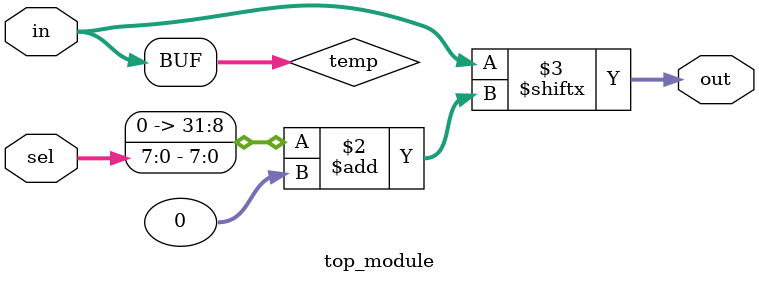
<source format=sv>
module top_module (
	input [1023:0] in,
	input [7:0] sel,
	output [3:0] out
);
	reg [1023:0] temp; // Create a temporary register to store the 1024-bit input vector
	
	always @(*) begin
		temp = in; // Assign the input vector to the temporary register
		out = temp[sel +: 4]; // Extract the 4-bit block from the temporary register based on the selection vector
	end
endmodule

</source>
